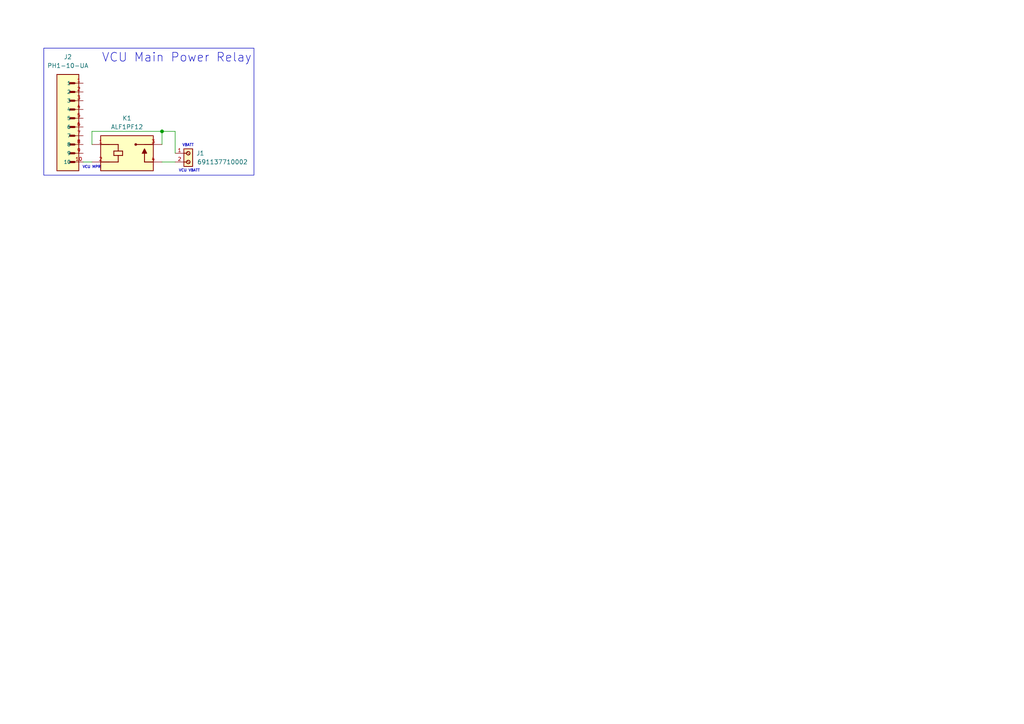
<source format=kicad_sch>
(kicad_sch (version 20231120) (generator "eeschema") (generator_version "8.0")
  (paper "A4")
  (lib_symbols
    (symbol "691137710002:691137710002" (pin_names (offset 1.016))
      (property "Reference" "J" (at -4.88 -0.922 0))
      (symbol "691137710002_0_0"
        (rectangle (start -3.81 -2.54) (end 1.27 0) (stroke (width 0.254)) (fill (type background)))
        (circle (center -2.54 -1.27) (radius 0.508) (stroke (width 0.254)))
        (circle (center 0 -1.27) (radius 0.508) (stroke (width 0.254)))
        (polyline (pts (xy -2.54 -1.778) (xy -2.54 -2.54)) (stroke (width 0.254)))
        (polyline (pts (xy -2.286 -1.016) (xy -2.794 -1.524)) (stroke (width 0.1524)))
        (polyline (pts (xy 0 -1.778) (xy 0 -2.54)) (stroke (width 0.254)))
        (polyline (pts (xy 0.254 -1.016) (xy -0.254 -1.524)) (stroke (width 0.1524)))
        (pin passive line (at -2.54 -5.08 90) (length 2.54) (name "~") (number "1"))
        (pin passive line (at 0 -5.08 90) (length 2.54) (name "~") (number "2"))
      )
    )
    (symbol "ALF1PF12:ALF1PF12" (pin_names (offset 1.016))
      (property "Reference" "K" (at -7.62 6.35 0))
      (property "Value" "ALF1PF12" (at -7.62 -7.62 0))
      (symbol "ALF1PF12_0_0"
        (rectangle (start -7.62 -5.08) (end 7.62 5.08) (stroke (width 0.254)) (fill (type background)))
        (polyline (pts (xy -7.62 -2.54) (xy -2.54 -2.54)) (stroke (width 0.254)))
        (polyline (pts (xy -7.62 2.54) (xy -2.54 2.54)) (stroke (width 0.254)))
        (polyline (pts (xy -3.81 -0.635) (xy -3.81 0.635)) (stroke (width 0.254)))
        (polyline (pts (xy -3.81 0.635) (xy -2.54 0.635)) (stroke (width 0.254)))
        (polyline (pts (xy -2.54 -0.635) (xy -3.81 -0.635)) (stroke (width 0.254)))
        (polyline (pts (xy -2.54 -0.635) (xy -2.54 -2.54)) (stroke (width 0.254)))
        (polyline (pts (xy -2.54 0.635) (xy -1.27 0.635)) (stroke (width 0.254)))
        (polyline (pts (xy -2.54 2.54) (xy -2.54 0.635)) (stroke (width 0.254)))
        (polyline (pts (xy -1.27 -0.635) (xy -2.54 -0.635)) (stroke (width 0.254)))
        (polyline (pts (xy -1.27 0.635) (xy -1.27 -0.635)) (stroke (width 0.254)))
        (polyline (pts (xy 5.08 -2.54) (xy 5.08 0)) (stroke (width 0.254)))
        (polyline (pts (xy 7.62 -2.54) (xy 5.08 -2.54)) (stroke (width 0.254)))
        (polyline (pts (xy 7.62 2.54) (xy 2.54 2.54)) (stroke (width 0.254)))
        (polyline (pts (xy 4.445 0) (xy 5.715 0) (xy 5.08 1.27) (xy 4.445 0)) (stroke (width 0.254)) (fill (type outline)))
        (circle (center 2.54 2.54) (radius 0.254) (stroke (width 0.254)))
        (pin passive line (at -10.16 2.54 0) (length 5.08) (name "~") (number "1"))
        (pin passive line (at -10.16 -2.54 0) (length 5.08) (name "~") (number "2"))
        (pin passive line (at 10.16 2.54 180) (length 5.08) (name "~") (number "3"))
        (pin passive line (at 10.16 -2.54 180) (length 5.08) (name "~") (number "4"))
      )
    )
    (symbol "PH1-10-UA:PH1-10-UA" (pin_names (offset 1.016))
      (property "Reference" "J" (at 0 28.448 0))
      (property "Value" "PH1-10-UA" (at 0 0 0))
      (symbol "PH1-10-UA_0_0"
        (polyline (pts (xy 3.81 2.54) (xy 5.08 2.54)) (stroke (width 0.6096)))
        (polyline (pts (xy 3.81 5.08) (xy 5.08 5.08)) (stroke (width 0.6096)))
        (polyline (pts (xy 3.81 7.62) (xy 5.08 7.62)) (stroke (width 0.6096)))
        (polyline (pts (xy 3.81 10.16) (xy 5.08 10.16)) (stroke (width 0.6096)))
        (polyline (pts (xy 3.81 12.7) (xy 5.08 12.7)) (stroke (width 0.6096)))
        (polyline (pts (xy 3.81 15.24) (xy 5.08 15.24)) (stroke (width 0.6096)))
        (polyline (pts (xy 3.81 17.78) (xy 5.08 17.78)) (stroke (width 0.6096)))
        (polyline (pts (xy 3.81 20.32) (xy 5.08 20.32)) (stroke (width 0.6096)))
        (polyline (pts (xy 3.81 22.86) (xy 5.08 22.86)) (stroke (width 0.6096)))
        (polyline (pts (xy 3.81 25.4) (xy 5.08 25.4)) (stroke (width 0.6096)))
        (rectangle (start 0 0) (end 6.35 27.94) (stroke (width 0.254)) (fill (type background)))
        (pin passive line (at 7.62 25.4 180) (length 2.54) (name "1") (number "1"))
        (pin passive line (at 7.62 2.54 180) (length 2.54) (name "10") (number "10"))
        (pin passive line (at 7.62 22.86 180) (length 2.54) (name "2") (number "2"))
        (pin passive line (at 7.62 20.32 180) (length 2.54) (name "3") (number "3"))
        (pin passive line (at 7.62 17.78 180) (length 2.54) (name "4") (number "4"))
        (pin passive line (at 7.62 15.24 180) (length 2.54) (name "5") (number "5"))
        (pin passive line (at 7.62 12.7 180) (length 2.54) (name "6") (number "6"))
        (pin passive line (at 7.62 10.16 180) (length 2.54) (name "7") (number "7"))
        (pin passive line (at 7.62 7.62 180) (length 2.54) (name "8") (number "8"))
        (pin passive line (at 7.62 5.08 180) (length 2.54) (name "9") (number "9"))
      )
    )
  )
  (junction (at 46.99 38.1))
  (wire (pts (xy 50.8 38.1) (xy 50.8 44.45)))
  (wire (pts (xy 46.99 38.1) (xy 50.8 38.1)))
  (wire (pts (xy 46.99 46.99) (xy 50.8 46.99)))
  (wire (pts (xy 26.67 41.91) (xy 26.67 38.1)))
  (wire (pts (xy 24.13 46.99) (xy 26.67 46.99)))
  (wire (pts (xy 26.67 38.1) (xy 46.99 38.1)))
  (wire (pts (xy 46.99 38.1) (xy 46.99 41.91)))
  (rectangle (start 12.7 13.97) (end 73.66 50.8))
  (text "VCU MPR\n" (at 23.876 49.022 0) (effects (font (size 0.762 0.762)) (justify left bottom)))
  (text "VCU VBATT\n" (at 51.816 50.038 0) (effects (font (size 0.762 0.762)) (justify left bottom)))
  (text "VBATT\n" (at 52.832 42.672 0) (effects (font (size 0.762 0.762)) (justify left bottom)))
  (text "VCU Main Power Relay\n" (at 29.464 18.288 0) (effects (font (size 2.54 2.54)) (justify left bottom)))
  (symbol (lib_id "691137710002:691137710002") (at 55.88 46.99 270) (unit 1)
    (property "Reference" "J1" (at 56.896 44.45 90) (effects (justify left)))
    (property "Value" "691137710002" (at 57.15 46.9899 90) (effects (justify left)))
    (property "Footprint" "691137710002:691137710002" (effects (hide yes)))
    (property "WIRE" "12 to 30 (AWG) 3.31 to 0.05 (mm²)" (effects (hide yes)))
    (property "MOUNT" "THT" (effects (hide yes)))
    (property "IR-VDE" "24A" (effects (hide yes)))
    (property "IR-UL" "16A" (effects (hide yes)))
    (property "VALUE" "691137710002" (effects (hide yes)))
    (property "WORKING-VOLTAGE-UL" "300V(AC)" (effects (hide yes)))
    (property "PART-NUMBER" "691137710002" (effects (hide yes)))
    (property "DATASHEET-URL" "https://www.we-online.com/catalog/datasheet/691137710002.pdf" (effects (hide yes)))
    (property "PITCH" "5mm" (effects (hide yes)))
    (property "PINS" "2" (effects (hide yes)))
    (property "WORKING-VOLTAGE-VDE" "250V(AC)" (effects (hide yes)))
    (property "TYPE" "Horizontal" (effects (hide yes)))
  )
  (symbol (lib_id "ALF1PF12:ALF1PF12") (at 36.83 44.45 0) (unit 1)
    (property "Reference" "K1" (at 36.83 34.29 0))
    (property "Value" "ALF1PF12" (at 36.83 36.83 0))
    (property "Footprint" "ALF1PF12:RELAY_ALF1PF12" (effects (hide yes)))
    (property "Description" "Power RelayLF Relay | Panasonic Electronic Components ALF1PF12" (effects (hide yes)))
    (property "DigiKey_Part_Number" "255-4094-ND" (effects (hide yes)))
    (property "MF" "Panasonic Electric" (effects (hide yes)))
    (property "MAXIMUM_PACKAGE_HEIGHT" "23.3mm" (effects (hide yes)))
    (property "Package" "DIP-4 Panasonic" (effects (hide yes)))
    (property "Check_prices" "https://www.snapeda.com/parts/ALF1PF12/Panasonic+Electric+Works/view-part/?ref=eda" (effects (hide yes)))
    (property "STANDARD" "Manufacturer Recommendations" (effects (hide yes)))
    (property "SnapEDA_Link" "https://www.snapeda.com/parts/ALF1PF12/Panasonic+Electric+Works/view-part/?ref=snap" (effects (hide yes)))
    (property "MP" "ALF1PF12" (effects (hide yes)))
    (property "Purchase-URL" "https://www.snapeda.com/api/url_track_click_mouser/?unipart_id=2704658&manufacturer=Panasonic Electric&part_name=ALF1PF12&search_term=None" (effects (hide yes)))
    (property "MANUFACTURER" "Panasonic" (effects (hide yes)))
  )
  (symbol (lib_id "PH1-10-UA:PH1-10-UA") (at 16.51 49.53 0) (unit 1)
    (property "Reference" "J2" (at 19.685 16.51 0))
    (property "Value" "PH1-10-UA" (at 19.685 19.05 0))
    (property "Footprint" "PH1-10-UA:1X10-2.54MM-THT" (effects (hide yes)))
    (property "MF" "Adam Tech" (effects (hide yes)))
    (property "Description_1" "\n                        \n                            Connector Header Through Hole 10 position 0.100 (2.54mm)\n                        \n" (effects (hide yes)))
    (property "Package" "None" (effects (hide yes)))
    (property "Price" "None" (effects (hide yes)))
    (property "SnapEDA_Link" "https://www.snapeda.com/parts/PH1-10-UA/Adam+Tech/view-part/?ref=snap" (effects (hide yes)))
    (property "MP" "PH1-10-UA" (effects (hide yes)))
    (property "Availability" "In Stock" (effects (hide yes)))
    (property "Check_prices" "https://www.snapeda.com/parts/PH1-10-UA/Adam+Tech/view-part/?ref=eda" (effects (hide yes)))
  )
)
</source>
